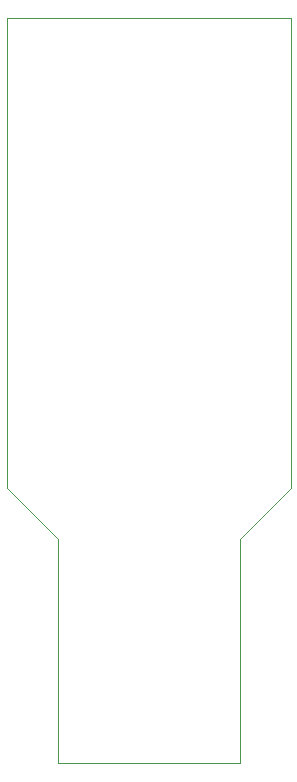
<source format=gbr>
G04 EAGLE Gerber RS-274X export*
G75*
%MOMM*%
%FSLAX34Y34*%
%LPD*%
%IN*%
%IPPOS*%
%AMOC8*
5,1,8,0,0,1.08239X$1,22.5*%
G01*
%ADD10C,0.000000*%


D10*
X77000Y225000D02*
X77000Y415000D01*
X120000Y855968D02*
X-120000Y855968D01*
X-77000Y415000D02*
X-77000Y225000D01*
X-120000Y458000D02*
X-120000Y855968D01*
X120000Y855968D02*
X120000Y458000D01*
X-77000Y415000D02*
X-120000Y458000D01*
X77000Y415000D02*
X120000Y458000D01*
X77000Y225000D02*
X-77000Y225000D01*
M02*

</source>
